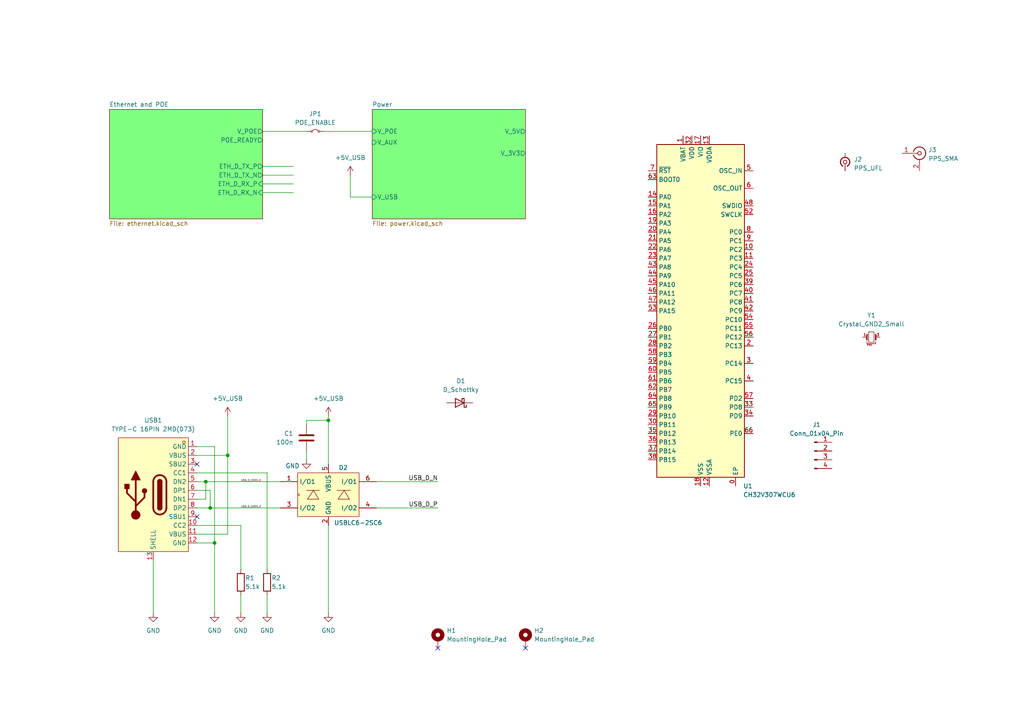
<source format=kicad_sch>
(kicad_sch (version 20231120) (generator "eeschema") (generator_version "8.0")
  (paper "A4")
  (lib_symbols
    (symbol "Connector:Conn_01x04_Pin" (pin_names (offset 1.016) hide)
      (property "Reference" "J" (at 0 5.08 0))
      (property "Value" "Conn_01x04_Pin" (at 0 -7.62 0))
      (symbol "Conn_01x04_Pin_1_1"
        (polyline (pts (xy 1.27 -5.08) (xy 0.8636 -5.08)) (stroke (width 0.1524)))
        (polyline (pts (xy 1.27 -2.54) (xy 0.8636 -2.54)) (stroke (width 0.1524)))
        (polyline (pts (xy 1.27 0) (xy 0.8636 0)) (stroke (width 0.1524)))
        (polyline (pts (xy 1.27 2.54) (xy 0.8636 2.54)) (stroke (width 0.1524)))
        (rectangle (start 0.8636 -4.953) (end 0 -5.207) (stroke (width 0.1524)) (fill (type outline)))
        (rectangle (start 0.8636 -2.413) (end 0 -2.667) (stroke (width 0.1524)) (fill (type outline)))
        (rectangle (start 0.8636 0.127) (end 0 -0.127) (stroke (width 0.1524)) (fill (type outline)))
        (rectangle (start 0.8636 2.667) (end 0 2.413) (stroke (width 0.1524)) (fill (type outline)))
        (pin passive line (at 5.08 2.54 180) (length 3.81) (name "Pin_1") (number "1"))
        (pin passive line (at 5.08 0 180) (length 3.81) (name "Pin_2") (number "2"))
        (pin passive line (at 5.08 -2.54 180) (length 3.81) (name "Pin_3") (number "3"))
        (pin passive line (at 5.08 -5.08 180) (length 3.81) (name "Pin_4") (number "4"))
      )
    )
    (symbol "Connector:Conn_Coaxial" (pin_names (offset 1.016) hide)
      (property "Reference" "J" (at 0.254 3.048 0))
      (property "Value" "Conn_Coaxial" (at 2.921 0 90))
      (symbol "Conn_Coaxial_0_1"
        (arc (start -1.778 -0.508) (mid 0.2311 -1.8066) (end 1.778 0) (stroke (width 0.254)))
        (polyline (pts (xy -2.54 0) (xy -0.508 0)))
        (polyline (pts (xy 0 -2.54) (xy 0 -1.778)))
        (circle (center 0 0) (radius 0.508) (stroke (width 0.2032)))
        (arc (start 1.778 0) (mid 0.2099 1.8101) (end -1.778 0.508) (stroke (width 0.254)))
      )
      (symbol "Conn_Coaxial_1_1"
        (pin passive line (at -5.08 0 0) (length 2.54) (name "In") (number "1"))
        (pin passive line (at 0 -5.08 90) (length 2.54) (name "Ext") (number "2"))
      )
    )
    (symbol "Device:C" (pin_numbers hide) (pin_names (offset 0.254))
      (property "Reference" "C" (at 0.635 2.54 0))
      (property "Value" "C" (at 0.635 -2.54 0))
      (symbol "C_0_1"
        (polyline (pts (xy -2.032 -0.762) (xy 2.032 -0.762)) (stroke (width 0.508)))
        (polyline (pts (xy -2.032 0.762) (xy 2.032 0.762)) (stroke (width 0.508)))
      )
      (symbol "C_1_1"
        (pin passive line (at 0 3.81 270) (length 2.794) (name "~") (number "1"))
        (pin passive line (at 0 -3.81 90) (length 2.794) (name "~") (number "2"))
      )
    )
    (symbol "Device:Crystal_GND2_Small" (pin_names (offset 1.016) hide)
      (property "Reference" "Y" (at 0 5.08 0))
      (property "Value" "Crystal_GND2_Small" (at 0 3.175 0))
      (symbol "Crystal_GND2_Small_0_1"
        (rectangle (start -0.762 -1.524) (end 0.762 1.524))
        (polyline (pts (xy -1.27 -0.762) (xy -1.27 0.762)) (stroke (width 0.381)))
        (polyline (pts (xy 1.27 -0.762) (xy 1.27 0.762)) (stroke (width 0.381)))
        (polyline (pts (xy -1.27 -1.27) (xy -1.27 -1.905) (xy 1.27 -1.905) (xy 1.27 -1.27)))
      )
      (symbol "Crystal_GND2_Small_1_1"
        (pin passive line (at -2.54 0 0) (length 1.27) (name "1") (number "1"))
        (pin passive line (at 0 -2.54 90) (length 0.635) (name "2") (number "2"))
        (pin passive line (at 2.54 0 180) (length 1.27) (name "3") (number "3"))
      )
    )
    (symbol "Device:D_Schottky" (pin_numbers hide) (pin_names (offset 1.016) hide)
      (property "Reference" "D" (at 0 2.54 0))
      (property "Value" "D_Schottky" (at 0 -2.54 0))
      (symbol "D_Schottky_0_1"
        (polyline (pts (xy 1.27 0) (xy -1.27 0)))
        (polyline (pts (xy 1.27 1.27) (xy 1.27 -1.27) (xy -1.27 0) (xy 1.27 1.27)) (stroke (width 0.254)))
        (polyline (pts (xy -1.905 0.635) (xy -1.905 1.27) (xy -1.27 1.27) (xy -1.27 -1.27) (xy -0.635 -1.27) (xy -0.635 -0.635)) (stroke (width 0.254)))
      )
      (symbol "D_Schottky_1_1"
        (pin passive line (at -3.81 0 0) (length 2.54) (name "K") (number "1"))
        (pin passive line (at 3.81 0 180) (length 2.54) (name "A") (number "2"))
      )
    )
    (symbol "Device:R" (pin_numbers hide) (pin_names (offset 0))
      (property "Reference" "R" (at 2.032 0 90))
      (property "Value" "R" (at 0 0 90))
      (symbol "R_0_1"
        (rectangle (start -1.016 -2.54) (end 1.016 2.54) (stroke (width 0.254)))
      )
      (symbol "R_1_1"
        (pin passive line (at 0 3.81 270) (length 1.27) (name "~") (number "1"))
        (pin passive line (at 0 -3.81 90) (length 1.27) (name "~") (number "2"))
      )
    )
    (symbol "Jumper:Jumper_2_Small_Bridged" (pin_numbers hide) (pin_names (offset 0) hide) (exclude_from_sim yes)
      (property "Reference" "JP" (at 0 2.032 0))
      (property "Value" "Jumper_2_Small_Bridged" (at 0 -2.286 0))
      (symbol "Jumper_2_Small_Bridged_0_0"
        (circle (center -1.016 0) (radius 0.254))
        (circle (center 1.016 0) (radius 0.254))
      )
      (symbol "Jumper_2_Small_Bridged_0_1"
        (arc (start 0.762 0.254) (mid 0 0.5696) (end -0.762 0.254))
      )
      (symbol "Jumper_2_Small_Bridged_1_1"
        (pin passive line (at -2.54 0 0) (length 1.27) (name "A") (number "1"))
        (pin passive line (at 2.54 0 180) (length 1.27) (name "B") (number "2"))
      )
    )
    (symbol "Mechanical:MountingHole_Pad" (pin_numbers hide) (pin_names (offset 1.016) hide) (exclude_from_sim yes) (in_bom no)
      (property "Reference" "H" (at 0 6.35 0))
      (property "Value" "MountingHole_Pad" (at 0 4.445 0))
      (symbol "MountingHole_Pad_0_1"
        (circle (center 0 1.27) (radius 1.27) (stroke (width 1.27)))
      )
      (symbol "MountingHole_Pad_1_1"
        (pin input line (at 0 -2.54 90) (length 2.54) (name "1") (number "1"))
      )
    )
    (symbol "power:+5VD" (power) (pin_numbers hide) (pin_names (offset 0) hide)
      (property "Value" "+5VD" (at 0 3.556 0))
      (symbol "+5VD_0_1"
        (polyline (pts (xy -0.762 1.27) (xy 0 2.54)))
        (polyline (pts (xy 0 0) (xy 0 2.54)))
        (polyline (pts (xy 0 2.54) (xy 0.762 1.27)))
      )
      (symbol "+5VD_1_1"
        (pin power_in line (at 0 0 90) (length 0) (name "~") (number "1"))
      )
    )
    (symbol "power:GND" (power) (pin_numbers hide) (pin_names (offset 0) hide)
      (property "Value" "GND" (at 0 -3.81 0))
      (symbol "GND_0_1"
        (polyline (pts (xy 0 0) (xy 0 -1.27) (xy 1.27 -1.27) (xy 0 -2.54) (xy -1.27 -1.27) (xy 0 -1.27)))
      )
      (symbol "GND_1_1"
        (pin power_in line (at 0 0 270) (length 0) (name "~") (number "1"))
      )
    )
    (symbol "uPTP:CH32V30xWxUx"
      (property "Reference" "U" (at -12.7 50.8 0))
      (property "Value" "CH32V30xWxUx" (at 5.08 50.8 0))
      (symbol "CH32V30xWxUx_0_0"
        (pin power_in line (at -5.08 50.8 270) (length 2.54) (name "VBAT") (number "1"))
        (pin power_in line (at 2.54 -50.8 90) (length 2.54) (name "VSSA") (number "12"))
        (pin power_in line (at 2.54 50.8 270) (length 2.54) (name "VDDA") (number "13"))
        (pin power_in line (at 0 50.8 270) (length 2.54) (name "VIO") (number "17"))
        (pin power_in line (at 0 -50.8 90) (length 2.54) (name "VSS") (number "18"))
        (pin power_in line (at -2.54 50.8 270) (length 2.54) (name "VDD") (number "32"))
        (pin input line (at -15.24 38.1 0) (length 2.54) (name "BOOT0") (number "63"))
      )
      (symbol "CH32V30xWxUx_1_0"
        (pin bidirectional line (at 15.24 17.78 180) (length 2.54) (name "PC2") (number "10"))
        (pin bidirectional line (at 15.24 15.24 180) (length 2.54) (name "PC3") (number "11"))
        (pin bidirectional line (at -15.24 33.02 0) (length 2.54) (name "PA0") (number "14"))
        (pin bidirectional line (at -15.24 30.48 0) (length 2.54) (name "PA1") (number "15"))
        (pin bidirectional line (at -15.24 27.94 0) (length 2.54) (name "PA2") (number "16"))
        (pin bidirectional line (at -15.24 25.4 0) (length 2.54) (name "PA3") (number "19"))
        (pin bidirectional line (at 15.24 -10.16 180) (length 2.54) (name "PC13") (number "2"))
        (pin bidirectional line (at -15.24 22.86 0) (length 2.54) (name "PA4") (number "20"))
        (pin bidirectional line (at -15.24 20.32 0) (length 2.54) (name "PA5") (number "21"))
        (pin bidirectional line (at -15.24 17.78 0) (length 2.54) (name "PA6") (number "22"))
        (pin bidirectional line (at -15.24 15.24 0) (length 2.54) (name "PA7") (number "23"))
        (pin bidirectional line (at 15.24 12.7 180) (length 2.54) (name "PC4") (number "24"))
        (pin bidirectional line (at 15.24 10.16 180) (length 2.54) (name "PC5") (number "25"))
        (pin bidirectional line (at -15.24 -5.08 0) (length 2.54) (name "PB0") (number "26"))
        (pin bidirectional line (at -15.24 -7.62 0) (length 2.54) (name "PB1") (number "27"))
        (pin bidirectional line (at -15.24 -10.16 0) (length 2.54) (name "PB2") (number "28"))
        (pin bidirectional line (at -15.24 -30.48 0) (length 2.54) (name "PB10") (number "29"))
        (pin bidirectional line (at 15.24 -15.24 180) (length 2.54) (name "PC14") (number "3"))
        (pin bidirectional line (at -15.24 -33.02 0) (length 2.54) (name "PB11") (number "30"))
        (pin passive line (at 0 50.8 270) (length 2.54) hide (name "VIO") (number "31"))
        (pin bidirectional line (at 15.24 -27.94 180) (length 2.54) (name "PD8") (number "33"))
        (pin bidirectional line (at 15.24 -30.48 180) (length 2.54) (name "PD9") (number "34"))
        (pin bidirectional line (at -15.24 -35.56 0) (length 2.54) (name "PB12") (number "35"))
        (pin bidirectional line (at -15.24 -38.1 0) (length 2.54) (name "PB13") (number "36"))
        (pin bidirectional line (at -15.24 -40.64 0) (length 2.54) (name "PB14") (number "37"))
        (pin bidirectional line (at -15.24 -43.18 0) (length 2.54) (name "PB15") (number "38"))
        (pin bidirectional line (at 15.24 7.62 180) (length 2.54) (name "PC6") (number "39"))
        (pin bidirectional line (at 15.24 -20.32 180) (length 2.54) (name "PC15") (number "4"))
        (pin bidirectional line (at 15.24 5.08 180) (length 2.54) (name "PC7") (number "40"))
        (pin bidirectional line (at 15.24 2.54 180) (length 2.54) (name "PC8") (number "41"))
        (pin bidirectional line (at 15.24 0 180) (length 2.54) (name "PC9") (number "42"))
        (pin bidirectional line (at -15.24 12.7 0) (length 2.54) (name "PA8") (number "43"))
        (pin bidirectional line (at -15.24 10.16 0) (length 2.54) (name "PA9") (number "44"))
        (pin bidirectional line (at -15.24 7.62 0) (length 2.54) (name "PA10") (number "45"))
        (pin bidirectional line (at -15.24 5.08 0) (length 2.54) (name "PA11") (number "46"))
        (pin bidirectional line (at -15.24 2.54 0) (length 2.54) (name "PA12") (number "47"))
        (pin bidirectional line (at 15.24 30.48 180) (length 2.54) (name "SWDIO") (number "48"))
        (pin passive line (at 0 -50.8 90) (length 2.54) hide (name "VSS") (number "49"))
        (pin bidirectional line (at 15.24 40.64 180) (length 2.54) (name "OSC_IN") (number "5"))
        (pin passive line (at -2.54 50.8 270) (length 2.54) hide (name "VDD") (number "50"))
        (pin passive line (at 0 50.8 270) (length 2.54) hide (name "VIO") (number "51"))
        (pin bidirectional line (at 15.24 27.94 180) (length 2.54) (name "SWCLK") (number "52"))
        (pin bidirectional line (at -15.24 0 0) (length 2.54) (name "PA15") (number "53"))
        (pin bidirectional line (at 15.24 -2.54 180) (length 2.54) (name "PC10") (number "54"))
        (pin bidirectional line (at 15.24 -5.08 180) (length 2.54) (name "PC11") (number "55"))
        (pin bidirectional line (at 15.24 -7.62 180) (length 2.54) (name "PC12") (number "56"))
        (pin bidirectional line (at 15.24 -25.4 180) (length 2.54) (name "PD2") (number "57"))
        (pin bidirectional line (at -15.24 -12.7 0) (length 2.54) (name "PB3") (number "58"))
        (pin bidirectional line (at -15.24 -15.24 0) (length 2.54) (name "PB4") (number "59"))
        (pin bidirectional line (at 15.24 35.56 180) (length 2.54) (name "OSC_OUT") (number "6"))
        (pin bidirectional line (at -15.24 -17.78 0) (length 2.54) (name "PB5") (number "60"))
        (pin bidirectional line (at -15.24 -20.32 0) (length 2.54) (name "PB6") (number "61"))
        (pin bidirectional line (at -15.24 -22.86 0) (length 2.54) (name "PB7") (number "62"))
        (pin bidirectional line (at -15.24 -25.4 0) (length 2.54) (name "PB8") (number "64"))
        (pin bidirectional line (at -15.24 -27.94 0) (length 2.54) (name "PB9") (number "65"))
        (pin bidirectional line (at 15.24 -35.56 180) (length 2.54) (name "PE0") (number "66"))
        (pin passive line (at 0 50.8 270) (length 2.54) hide (name "VIO") (number "67"))
        (pin passive line (at -2.54 50.8 270) (length 2.54) hide (name "VDD") (number "68"))
        (pin passive line (at 0 -50.8 90) (length 2.54) hide (name "VSS") (number "69"))
        (pin input line (at -15.24 40.64 0) (length 2.54) (name "~{RST}") (number "7"))
        (pin bidirectional line (at 15.24 22.86 180) (length 2.54) (name "PC0") (number "8"))
        (pin bidirectional line (at 15.24 20.32 180) (length 2.54) (name "PC1") (number "9"))
      )
      (symbol "CH32V30xWxUx_1_1"
        (rectangle (start -12.7 48.26) (end 12.7 -48.26) (stroke (width 0.254)) (fill (type background)))
        (pin power_in line (at 10.16 -50.8 90) (length 2.54) (name "EP") (number "0"))
      )
    )
    (symbol "uPTP:Conn_Coaxial_Small" (pin_numbers hide) (pin_names (offset 1.016) hide)
      (property "Reference" "J" (at 0.254 3.048 0))
      (property "Value" "HC-RF-IPEX0303-01" (at 0 -3.81 0))
      (symbol "Conn_Coaxial_Small_0_1"
        (circle (center 0 0) (radius 0.508) (stroke (width 0.2032)))
      )
      (symbol "Conn_Coaxial_Small_1_1"
        (arc (start -1.1916 -0.6311) (mid 0.327 -1.3081) (end 1.3484 0.0039) (stroke (width 0.3048)))
        (polyline (pts (xy -2.54 0) (xy -0.508 0)))
        (arc (start 1.3484 -0.0039) (mid 0.327 1.3081) (end -1.1916 0.6311) (stroke (width 0.3048)))
        (pin passive line (at -2.54 0 0) (length 1.27) (name "In") (number "1"))
        (pin passive line (at 2.54 0 180) (length 1.27) (name "Ext") (number "2"))
      )
    )
    (symbol "uPTP:USB-C-SMD_TYPE-C-16PIN"
      (property "Reference" "USB" (at 0 19.05 0))
      (property "Value" "TYPE-C 16PIN 2MD(073)" (at 0 -25.908 0))
      (symbol "USB-C-SMD_TYPE-C-16PIN_0_1"
        (rectangle (start -10.16 16.51) (end 10.16 -16.51) (fill (type background)))
        (circle (center -8.89 15.24) (radius 0.38))
        (arc (start -3.81 -3.81) (mid -1.905 -5.7067) (end 0 -3.81) (stroke (width 0.508)))
        (arc (start -2.54 -3.81) (mid -1.905 -4.4423) (end -1.27 -3.81) (stroke (width 0.254)))
        (arc (start -2.54 -3.81) (mid -1.905 -4.4423) (end -1.27 -3.81) (stroke (width 0.254)) (fill (type outline)))
        (rectangle (start -2.54 -3.81) (end -1.27 3.81) (stroke (width 0.254)) (fill (type outline)))
        (arc (start -1.27 3.81) (mid -1.905 4.4423) (end -2.54 3.81) (stroke (width 0.254)))
        (arc (start -1.27 3.81) (mid -1.905 4.4423) (end -2.54 3.81) (stroke (width 0.254)) (fill (type outline)))
        (polyline (pts (xy -3.81 -3.81) (xy -3.81 3.81)) (stroke (width 0.508)))
        (polyline (pts (xy 0 3.81) (xy 0 -3.81)) (stroke (width 0.508)))
        (polyline (pts (xy 5.08 -5.842) (xy 5.08 4.318)) (stroke (width 0.508)))
        (polyline (pts (xy 5.08 -3.302) (xy 2.54 -0.762) (xy 2.54 0.508)) (stroke (width 0.508)))
        (polyline (pts (xy 5.08 -2.032) (xy 7.62 0.508) (xy 7.62 1.778)) (stroke (width 0.508)))
        (polyline (pts (xy 3.81 4.318) (xy 5.08 6.858) (xy 6.35 4.318) (xy 3.81 4.318)) (stroke (width 0.254)) (fill (type outline)))
        (arc (start 0 3.81) (mid -1.905 5.7067) (end -3.81 3.81) (stroke (width 0.508)))
        (circle (center 2.54 1.143) (radius 0.635) (stroke (width 0.254)) (fill (type outline)))
        (circle (center 5.08 -5.842) (radius 1.27) (fill (type outline)))
        (rectangle (start 6.985 1.778) (end 8.255 3.048) (stroke (width 0.254)) (fill (type outline)))
        (pin unspecified line (at -12.7 -8.89 0) (length 2.54) (name "CC2") (number "10"))
        (pin unspecified line (at 0 -19.05 90) (length 2.54) (name "SHELL") (number "13"))
        (pin unspecified line (at -12.7 8.89 0) (length 2.54) (name "SBU2") (number "3"))
        (pin unspecified line (at -12.7 6.35 0) (length 2.54) (name "CC1") (number "4"))
        (pin unspecified line (at -12.7 -6.35 0) (length 2.54) (name "SBU1") (number "9"))
      )
      (symbol "USB-C-SMD_TYPE-C-16PIN_1_1"
        (pin power_out line (at -12.7 13.97 0) (length 2.54) (name "GND") (number "1"))
        (pin power_out line (at -12.7 -11.43 0) (length 2.54) (name "VBUS") (number "11"))
        (pin power_out line (at -12.7 -13.97 0) (length 2.54) (name "GND") (number "12"))
        (pin power_out line (at -12.7 11.43 0) (length 2.54) (name "VBUS") (number "2"))
        (pin bidirectional line (at -12.7 3.81 0) (length 2.54) (name "DN2") (number "5"))
        (pin bidirectional line (at -12.7 1.27 0) (length 2.54) (name "DP1") (number "6"))
        (pin bidirectional line (at -12.7 -1.27 0) (length 2.54) (name "DN1") (number "7"))
        (pin bidirectional line (at -12.7 -3.81 0) (length 2.54) (name "DP2") (number "8"))
      )
    )
    (symbol "uPTP:USBLC6-2SC6"
      (property "Reference" "D" (at -9.398 7.874 0))
      (property "Value" "USBLC6-2SC6" (at -8.89 -8.128 0))
      (symbol "USBLC6-2SC6_0_1"
        (rectangle (start -8.89 6.35) (end 8.89 -6.35) (fill (type background)))
        (circle (center -8.64 0) (radius 0.25))
        (polyline (pts (xy -6.35 1.27) (xy -6.35 1.27) (xy -2.54 1.27) (xy -2.54 1.27)))
        (polyline (pts (xy -2.8 -1.27) (xy -4.32 1.27) (xy -6.1 -1.27) (xy -2.8 -1.27)) (fill (type background)))
        (polyline (pts (xy 2.54 1.27) (xy 2.54 1.27) (xy 6.35 1.27) (xy 6.35 1.27)))
        (polyline (pts (xy 6.09 -1.27) (xy 4.57 1.27) (xy 2.79 -1.27) (xy 6.09 -1.27)) (fill (type background)))
      )
      (symbol "USBLC6-2SC6_1_1"
        (pin input line (at -13.97 3.81 0) (length 5.08) (name "I/O1") (number "1"))
        (pin input line (at 0 -8.89 90) (length 2.54) (name "GND") (number "2"))
        (pin input line (at -13.97 -3.81 0) (length 5.08) (name "I/O2") (number "3"))
        (pin input line (at 13.97 -3.81 180) (length 5.08) (name "I/O2") (number "4"))
        (pin input line (at 0 8.89 270) (length 2.54) (name "VBUS") (number "5"))
        (pin input line (at 13.97 3.81 180) (length 5.08) (name "I/O1") (number "6"))
      )
    )
  )
  (junction (at 66.04 132.08))
  (junction (at 95.25 121.92))
  (junction (at 62.23 157.48))
  (junction (at 59.69 139.7))
  (junction (at 60.96 147.32))
  (no_connect (at 57.15 134.62))
  (no_connect (at 152.4 187.96))
  (no_connect (at 57.15 149.86))
  (no_connect (at 127 187.96))
  (wire (pts (xy 66.04 154.94) (xy 66.04 132.08)))
  (wire (pts (xy 101.6 57.15) (xy 107.95 57.15)))
  (wire (pts (xy 57.15 154.94) (xy 66.04 154.94)))
  (wire (pts (xy 69.85 172.72) (xy 69.85 177.8)))
  (wire (pts (xy 88.9 130.81) (xy 88.9 133.35)))
  (wire (pts (xy 57.15 142.24) (xy 60.96 142.24)))
  (wire (pts (xy 44.45 162.56) (xy 44.45 177.8)))
  (wire (pts (xy 62.23 129.54) (xy 62.23 157.48)))
  (wire (pts (xy 76.2 48.26) (xy 85.09 48.26)))
  (wire (pts (xy 60.96 147.32) (xy 81.28 147.32)))
  (wire (pts (xy 95.25 121.92) (xy 95.25 134.62)))
  (wire (pts (xy 62.23 157.48) (xy 62.23 177.8)))
  (wire (pts (xy 57.15 147.32) (xy 60.96 147.32)))
  (wire (pts (xy 66.04 120.65) (xy 66.04 132.08)))
  (wire (pts (xy 77.47 165.1) (xy 77.47 137.16)))
  (wire (pts (xy 95.25 121.92) (xy 95.25 120.65)))
  (wire (pts (xy 69.85 152.4) (xy 57.15 152.4)))
  (wire (pts (xy 69.85 165.1) (xy 69.85 152.4)))
  (wire (pts (xy 101.6 50.8) (xy 101.6 57.15)))
  (wire (pts (xy 76.2 53.34) (xy 85.09 53.34)))
  (wire (pts (xy 76.2 50.8) (xy 85.09 50.8)))
  (wire (pts (xy 57.15 139.7) (xy 59.69 139.7)))
  (wire (pts (xy 77.47 137.16) (xy 57.15 137.16)))
  (wire (pts (xy 76.2 55.88) (xy 85.09 55.88)))
  (wire (pts (xy 59.69 139.7) (xy 81.28 139.7)))
  (wire (pts (xy 57.15 129.54) (xy 62.23 129.54)))
  (wire (pts (xy 88.9 121.92) (xy 88.9 123.19)))
  (wire (pts (xy 109.22 147.32) (xy 127 147.32)))
  (wire (pts (xy 77.47 172.72) (xy 77.47 177.8)))
  (wire (pts (xy 88.9 121.92) (xy 95.25 121.92)))
  (wire (pts (xy 60.96 142.24) (xy 60.96 147.32)))
  (wire (pts (xy 66.04 132.08) (xy 57.15 132.08)))
  (wire (pts (xy 59.69 139.7) (xy 59.69 144.78)))
  (wire (pts (xy 57.15 157.48) (xy 62.23 157.48)))
  (wire (pts (xy 93.98 38.1) (xy 107.95 38.1)))
  (wire (pts (xy 95.25 152.4) (xy 95.25 177.8)))
  (wire (pts (xy 59.69 144.78) (xy 57.15 144.78)))
  (wire (pts (xy 76.2 38.1) (xy 88.9 38.1)))
  (wire (pts (xy 109.22 139.7) (xy 127 139.7)))
  (label "USB_D_N" (at 127 139.7 180))
  (label "USB_D_CONN_N" (at 69.85 139.7 0) (effects (font (size 0.508 0.508))))
  (label "USB_D_P" (at 127 147.32 180))
  (label "USB_D_CONN_P" (at 69.85 147.32 0) (effects (font (size 0.508 0.508))))
  (symbol (lib_id "power:GND") (at 44.45 177.8 0) (unit 1)
    (property "Reference" "#PWR01" (effects (hide yes)))
    (property "Value" "GND" (at 44.45 182.88 0))
    (property "Description" "Power symbol creates a global label with name \"GND\" , ground" (effects (hide yes)))
  )
  (symbol (lib_id "power:+5VD") (at 101.6 50.8 0) (unit 1)
    (property "Reference" "#PWR017" (effects (hide yes)))
    (property "Value" "+5V_USB" (at 101.6 45.72 0))
    (property "Description" "Power symbol creates a global label with name \"+5VD\"" (effects (hide yes)))
  )
  (symbol (lib_id "Device:Crystal_GND2_Small") (at 252.73 97.79 0) (unit 1)
    (property "Reference" "Y1" (at 252.73 91.44 0))
    (property "Value" "Crystal_GND2_Small" (at 252.73 93.98 0))
    (property "Description" "Three pin crystal, GND on pin 2, small symbol" (effects (hide yes)))
  )
  (symbol (lib_id "Device:C") (at 88.9 127 0) (mirror y) (unit 1)
    (property "Reference" "C1" (at 85.09 125.7299 0) (effects (justify left)))
    (property "Value" "100n" (at 85.09 128.2699 0) (effects (justify left)))
    (property "Footprint" "Capacitor_SMD:C_0402_1005Metric" (effects (hide yes)))
    (property "Description" "Unpolarized capacitor" (effects (hide yes)))
  )
  (symbol (lib_id "power:GND") (at 77.47 177.8 0) (unit 1)
    (property "Reference" "#PWR05" (effects (hide yes)))
    (property "Value" "GND" (at 77.47 182.88 0))
    (property "Description" "Power symbol creates a global label with name \"GND\" , ground" (effects (hide yes)))
  )
  (symbol (lib_id "power:GND") (at 95.25 177.8 0) (unit 1)
    (property "Reference" "#PWR07" (effects (hide yes)))
    (property "Value" "GND" (at 95.25 182.88 0))
    (property "Description" "Power symbol creates a global label with name \"GND\" , ground" (effects (hide yes)))
  )
  (symbol (lib_id "Device:R") (at 69.85 168.91 0) (unit 1)
    (property "Reference" "R1" (at 71.12 167.64 0) (effects (justify left)))
    (property "Value" "5.1k" (at 71.12 170.18 0) (effects (justify left)))
    (property "Footprint" "Resistor_SMD:R_0402_1005Metric" (effects (hide yes)))
    (property "Description" "Resistor" (effects (hide yes)))
  )
  (symbol (lib_id "power:+5VD") (at 66.04 120.65 0) (unit 1)
    (property "Reference" "#PWR03" (effects (hide yes)))
    (property "Value" "+5V_USB" (at 66.04 115.57 0))
    (property "Description" "Power symbol creates a global label with name \"+5VD\"" (effects (hide yes)))
  )
  (symbol (lib_id "Device:R") (at 77.47 168.91 0) (unit 1)
    (property "Reference" "R2" (at 78.74 167.64 0) (effects (justify left)))
    (property "Value" "5.1k" (at 78.74 170.18 0) (effects (justify left)))
    (property "Footprint" "Resistor_SMD:R_0402_1005Metric" (effects (hide yes)))
    (property "Description" "Resistor" (effects (hide yes)))
  )
  (symbol (lib_id "power:+5VD") (at 95.25 120.65 0) (unit 1)
    (property "Reference" "#PWR06" (effects (hide yes)))
    (property "Value" "+5V_USB" (at 95.25 115.57 0))
    (property "Description" "Power symbol creates a global label with name \"+5VD\"" (effects (hide yes)))
  )
  (symbol (lib_id "power:GND") (at 62.23 177.8 0) (unit 1)
    (property "Reference" "#PWR02" (effects (hide yes)))
    (property "Value" "GND" (at 62.23 182.88 0))
    (property "Description" "Power symbol creates a global label with name \"GND\" , ground" (effects (hide yes)))
  )
  (symbol (lib_id "Jumper:Jumper_2_Small_Bridged") (at 91.44 38.1 0) (unit 1) (exclude_from_sim yes)
    (property "Reference" "JP1" (at 91.44 33.02 0))
    (property "Value" "POE_ENABLE" (at 91.44 35.56 0))
    (property "Footprint" "Jumper:SolderJumper-2_P1.3mm_Bridged_RoundedPad1.0x1.5mm" (effects (hide yes)))
    (property "Description" "Jumper, 2-pole, small symbol, bridged" (effects (hide yes)))
  )
  (symbol (lib_id "Mechanical:MountingHole_Pad") (at 127 185.42 0) (unit 1) (exclude_from_sim yes) (in_bom no)
    (property "Reference" "H1" (at 129.54 182.8799 0) (effects (justify left)))
    (property "Value" "MountingHole_Pad" (at 129.54 185.4199 0) (effects (justify left)))
    (property "Footprint" "MountingHole:MountingHole_3.2mm_M3_Pad" (effects (hide yes)))
    (property "Description" "Mounting Hole with connection" (effects (hide yes)))
  )
  (symbol (lib_id "uPTP:CH32V30xWxUx") (at 203.2 90.17 0) (unit 1)
    (property "Reference" "U1" (at 215.5541 140.97 0) (effects (justify left)))
    (property "Value" "CH32V307WCU6" (at 215.5541 143.51 0) (effects (justify left)))
    (property "Footprint" "uPTP:QFN-68_L8.0-W8.0-P0.40-BL-EP6.7" (effects (hide yes)))
    (property "Datasheet" "http://www.wch-ic.com/products/CH32V307.html?" (effects (hide yes)))
    (property "Description" "The CH32V303/5/7 is an connectivity MCUs based on 32-bit RISC-V core." (effects (hide yes)))
    (property "LCSC Part" "C5142795" (effects (hide yes)))
  )
  (symbol (lib_id "Device:D_Schottky") (at 133.35 116.84 180) (unit 1)
    (property "Reference" "D1" (at 133.6675 110.49 0))
    (property "Value" "D_Schottky" (at 133.6675 113.03 0))
    (property "Footprint" "Diode_SMD:D_SOD-323" (effects (hide yes)))
    (property "Description" "Schottky diode" (effects (hide yes)))
    (property "LCSC Part" "C133103" (effects (hide yes)))
  )
  (symbol (lib_id "uPTP:USB-C-SMD_TYPE-C-16PIN") (at 44.45 143.51 0) (mirror y) (unit 1)
    (property "Reference" "USB1" (at 44.45 121.92 0))
    (property "Value" "TYPE-C 16PIN 2MD(073)" (at 44.45 124.46 0))
    (property "Footprint" "uPTP:USB-C-SMD_TYPE-C-16PIN" (effects (hide yes)))
    (property "Description" "USB C Female Connector (SMD)" (effects (hide yes)))
    (property "LCSC Part" "C2765186" (effects (hide yes)))
  )
  (symbol (lib_id "Mechanical:MountingHole_Pad") (at 152.4 185.42 0) (unit 1) (exclude_from_sim yes) (in_bom no)
    (property "Reference" "H2" (at 154.94 182.8799 0) (effects (justify left)))
    (property "Value" "MountingHole_Pad" (at 154.94 185.4199 0) (effects (justify left)))
    (property "Footprint" "MountingHole:MountingHole_3.2mm_M3_Pad" (effects (hide yes)))
    (property "Description" "Mounting Hole with connection" (effects (hide yes)))
  )
  (symbol (lib_id "uPTP:USBLC6-2SC6") (at 95.25 143.51 0) (unit 1)
    (property "Reference" "D2" (at 99.568 135.636 0))
    (property "Value" "USBLC6-2SC6" (at 103.886 151.638 0))
    (property "Footprint" "uPTP:SOT-23-6_L2.9-W1.6-P0.95-LS2.8-BL" (effects (hide yes)))
    (property "Datasheet" "https://lcsc.com/product-detail/Diodes-ESD_STMicroelectronics_USBLC6-2SC6_USBLC6-2SC6_C7519.html" (effects (hide yes)))
    (property "Description" "USB TVS Diode Pack" (effects (hide yes)))
    (property "LCSC Part" "C7519" (effects (hide yes)))
  )
  (symbol (lib_id "power:GND") (at 69.85 177.8 0) (unit 1)
    (property "Reference" "#PWR04" (effects (hide yes)))
    (property "Value" "GND" (at 69.85 182.88 0))
    (property "Description" "Power symbol creates a global label with name \"GND\" , ground" (effects (hide yes)))
  )
  (symbol (lib_id "uPTP:Conn_Coaxial_Small") (at 245.11 46.99 90) (unit 1)
    (property "Reference" "J2" (at 247.65 46.2394 90) (effects (justify right)))
    (property "Value" "PPS_UFL" (at 247.65 48.7794 90) (effects (justify right)))
    (property "Footprint" "uPTP:IPEX-SMD_HC-RF-IPEX0303-01" (effects (hide yes)))
    (property "Description" "u.FL connector (for through-routing)" (effects (hide yes)))
    (property "LCSC Part" "C2894919" (effects (hide yes)))
  )
  (symbol (lib_id "power:GND") (at 88.9 133.35 0) (unit 1)
    (property "Reference" "#PWR016" (effects (hide yes)))
    (property "Value" "GND" (at 84.836 135.128 0))
    (property "Description" "Power symbol creates a global label with name \"GND\" , ground" (effects (hide yes)))
  )
  (symbol (lib_id "Connector:Conn_01x04_Pin") (at 236.22 130.81 0) (unit 1)
    (property "Reference" "J1" (at 236.855 123.19 0))
    (property "Value" "Conn_01x04_Pin" (at 236.855 125.73 0))
    (property "Footprint" "Connector_PinHeader_2.54mm:PinHeader_1x04_P2.54mm_Horizontal" (effects (hide yes)))
    (property "Description" "Generic connector, single row, 01x04, script generated" (effects (hide yes)))
  )
  (symbol (lib_id "Connector:Conn_Coaxial") (at 266.7 44.45 0) (unit 1)
    (property "Reference" "J3" (at 269.24 43.4731 0) (effects (justify left)))
    (property "Value" "PPS_SMA" (at 269.24 46.0131 0) (effects (justify left)))
    (property "Footprint" "Connector_Coaxial:SMA_Samtec_SMA-J-P-H-ST-EM1_EdgeMount" (effects (hide yes)))
    (property "Datasheet" "https://uk.farnell.com/samtec/sma-j-p-h-st-em1/rf-coaxial-sma-jack-50-ohm-pcb/dp/2856818" (effects (hide yes)))
    (property "Description" "coaxial connector (BNC, SMA, SMB, SMC, Cinch/RCA, LEMO, ...)" (effects (hide yes)))
  )
  (sheet (at 107.95 31.75) (size 44.45 31.75) (stroke (width 0.1524)) (fill (color 129 255 129 1.0000))
    (property "Sheetname" "Power" (at 107.95 31.0384 0) (effects (justify left bottom)))
    (property "Sheetfile" "power.kicad_sch" (at 107.95 64.0846 0) (effects (justify left top)))
    (pin "V_POE" input (at 107.95 38.1 180))
    (pin "V_AUX" input (at 107.95 41.275 180))
    (pin "V_USB" input (at 107.95 57.15 180))
    (pin "V_5V" output (at 152.4 38.1 0))
    (pin "V_3V3" output (at 152.4 44.45 0))
  )
  (sheet (at 31.75 31.75) (size 44.45 31.75) (stroke (width 0.1524)) (fill (color 129 255 129 1.0000))
    (property "Sheetname" "Ethernet and POE" (at 31.75 31.0384 0) (effects (justify left bottom)))
    (property "Sheetfile" "ethernet.kicad_sch" (at 31.75 64.0846 0) (effects (justify left top)))
    (pin "ETH_D_RX_P" input (at 76.2 53.34 0))
    (pin "ETH_D_TX_N" output (at 76.2 50.8 0))
    (pin "ETH_D_RX_N" input (at 76.2 55.88 0))
    (pin "ETH_D_TX_P" output (at 76.2 48.26 0))
    (pin "V_POE" output (at 76.2 38.1 0))
    (pin "POE_READY" output (at 76.2 40.64 0))
  )
)
</source>
